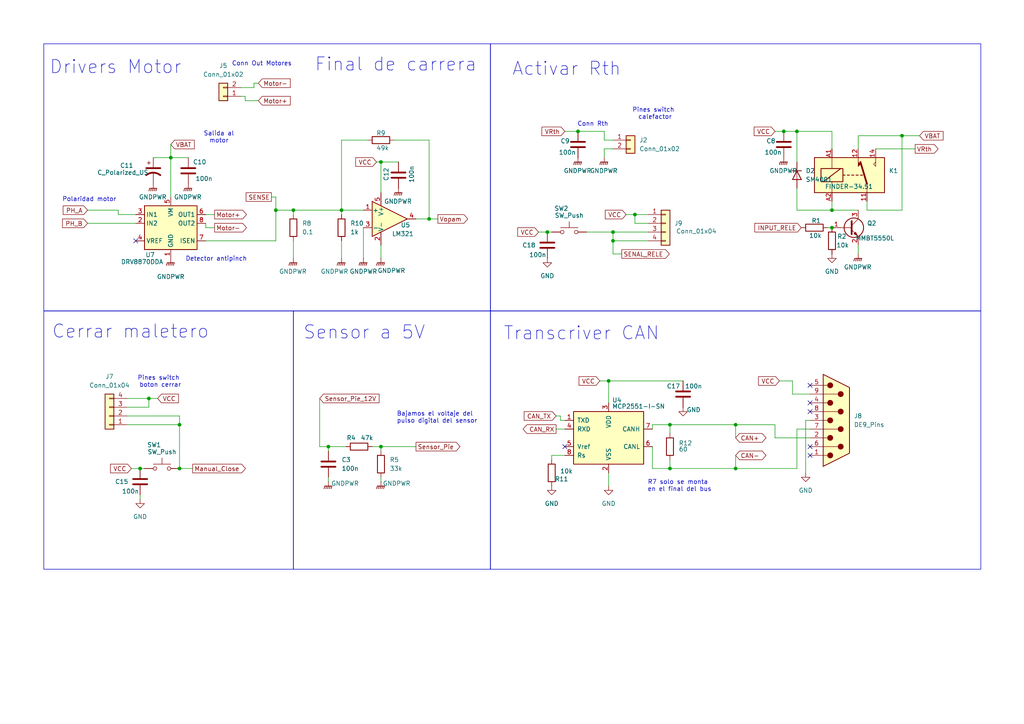
<source format=kicad_sch>
(kicad_sch (version 20250114) (generator "eeschema") (generator_version "9.0")
  (paper "A4")
  (lib_symbols
    (symbol "Amplifier_Operational:LM321" (pin_names (offset 0.127))
      (property "Reference" "U" (at 0 7.62 0))
      (property "Value" "LM321" (at 0 5.08 0))
      (symbol "LM321_0_1"
        (polyline (pts (xy -5.08 5.08) (xy 5.08 0) (xy -5.08 -5.08) (xy -5.08 5.08)) (stroke (width 0.254)) (fill (type background)))
      )
      (symbol "LM321_1_1"
        (pin input line (at -7.62 2.54 0) (length 2.54) (name "+") (number "1"))
        (pin input line (at -7.62 -2.54 0) (length 2.54) (name "-") (number "3"))
        (pin power_in line (at -2.54 7.62 270) (length 3.81) (name "V+") (number "5"))
        (pin power_in line (at -2.54 -7.62 90) (length 3.81) (name "V-") (number "2"))
        (pin output line (at 7.62 0 180) (length 2.54) (name "~") (number "4"))
      )
    )
    (symbol "Connector:DE9_Pins" (pin_names (offset 1.016) (hide yes))
      (property "Reference" "J" (at 0 13.97 0))
      (property "Value" "DE9_Pins" (at 0 -14.605 0))
      (symbol "DE9_Pins_0_1"
        (polyline (pts (xy -3.81 10.16) (xy -2.54 10.16)))
        (polyline (pts (xy -3.81 7.62) (xy 0.508 7.62)))
        (polyline (pts (xy -3.81 5.08) (xy -2.54 5.08)))
        (polyline (pts (xy -3.81 2.54) (xy 0.508 2.54)))
        (polyline (pts (xy -3.81 0) (xy -2.54 0)))
        (polyline (pts (xy -3.81 -2.54) (xy 0.508 -2.54)))
        (polyline (pts (xy -3.81 -5.08) (xy -2.54 -5.08)))
        (polyline (pts (xy -3.81 -7.62) (xy 0.508 -7.62)))
        (polyline (pts (xy -3.81 -10.16) (xy -2.54 -10.16)))
        (polyline (pts (xy -3.81 -13.335) (xy -3.81 13.335) (xy 3.81 9.525) (xy 3.81 -9.525) (xy -3.81 -13.335)) (stroke (width 0.254)) (fill (type background)))
        (circle (center -1.778 10.16) (radius 0.762) (fill (type outline)))
        (circle (center -1.778 5.08) (radius 0.762) (fill (type outline)))
        (circle (center -1.778 0) (radius 0.762) (fill (type outline)))
        (circle (center -1.778 -5.08) (radius 0.762) (fill (type outline)))
        (circle (center -1.778 -10.16) (radius 0.762) (fill (type outline)))
        (circle (center 1.27 7.62) (radius 0.762) (fill (type outline)))
        (circle (center 1.27 2.54) (radius 0.762) (fill (type outline)))
        (circle (center 1.27 -2.54) (radius 0.762) (fill (type outline)))
        (circle (center 1.27 -7.62) (radius 0.762) (fill (type outline)))
      )
      (symbol "DE9_Pins_1_1"
        (pin passive line (at -7.62 10.16 0) (length 3.81) (name "5") (number "5"))
        (pin passive line (at -7.62 7.62 0) (length 3.81) (name "9") (number "9"))
        (pin passive line (at -7.62 5.08 0) (length 3.81) (name "4") (number "4"))
        (pin passive line (at -7.62 2.54 0) (length 3.81) (name "8") (number "8"))
        (pin passive line (at -7.62 0 0) (length 3.81) (name "3") (number "3"))
        (pin passive line (at -7.62 -2.54 0) (length 3.81) (name "7") (number "7"))
        (pin passive line (at -7.62 -5.08 0) (length 3.81) (name "2") (number "2"))
        (pin passive line (at -7.62 -7.62 0) (length 3.81) (name "6") (number "6"))
        (pin passive line (at -7.62 -10.16 0) (length 3.81) (name "1") (number "1"))
      )
    )
    (symbol "Connector_Generic:Conn_01x02" (pin_names (offset 1.016) (hide yes))
      (property "Reference" "J" (at 0 2.54 0))
      (property "Value" "Conn_01x02" (at 0 -5.08 0))
      (symbol "Conn_01x02_1_1"
        (rectangle (start -1.27 1.27) (end 1.27 -3.81) (stroke (width 0.254)) (fill (type background)))
        (rectangle (start -1.27 0.127) (end 0 -0.127) (stroke (width 0.1524)))
        (rectangle (start -1.27 -2.413) (end 0 -2.667) (stroke (width 0.1524)))
        (pin passive line (at -5.08 0 0) (length 3.81) (name "Pin_1") (number "1"))
        (pin passive line (at -5.08 -2.54 0) (length 3.81) (name "Pin_2") (number "2"))
      )
    )
    (symbol "Connector_Generic:Conn_01x04" (pin_names (offset 1.016) (hide yes))
      (property "Reference" "J" (at 0 5.08 0))
      (property "Value" "Conn_01x04" (at 0 -7.62 0))
      (symbol "Conn_01x04_1_1"
        (rectangle (start -1.27 3.81) (end 1.27 -6.35) (stroke (width 0.254)) (fill (type background)))
        (rectangle (start -1.27 2.667) (end 0 2.413) (stroke (width 0.1524)))
        (rectangle (start -1.27 0.127) (end 0 -0.127) (stroke (width 0.1524)))
        (rectangle (start -1.27 -2.413) (end 0 -2.667) (stroke (width 0.1524)))
        (rectangle (start -1.27 -4.953) (end 0 -5.207) (stroke (width 0.1524)))
        (pin passive line (at -5.08 2.54 0) (length 3.81) (name "Pin_1") (number "1"))
        (pin passive line (at -5.08 0 0) (length 3.81) (name "Pin_2") (number "2"))
        (pin passive line (at -5.08 -2.54 0) (length 3.81) (name "Pin_3") (number "3"))
        (pin passive line (at -5.08 -5.08 0) (length 3.81) (name "Pin_4") (number "4"))
      )
    )
    (symbol "Device:C" (pin_numbers (hide yes)) (pin_names (offset 0.254))
      (property "Reference" "C" (at 0.635 2.54 0))
      (property "Value" "C" (at 0.635 -2.54 0))
      (symbol "C_0_1"
        (polyline (pts (xy -2.032 0.762) (xy 2.032 0.762)) (stroke (width 0.508)))
        (polyline (pts (xy -2.032 -0.762) (xy 2.032 -0.762)) (stroke (width 0.508)))
      )
      (symbol "C_1_1"
        (pin passive line (at 0 3.81 270) (length 2.794) (name "~") (number "1"))
        (pin passive line (at 0 -3.81 90) (length 2.794) (name "~") (number "2"))
      )
    )
    (symbol "Device:C_Polarized_US" (pin_numbers (hide yes)) (pin_names (offset 0.254) (hide yes))
      (property "Reference" "C" (at 0.635 2.54 0))
      (property "Value" "C_Polarized_US" (at 0.635 -2.54 0))
      (symbol "C_Polarized_US_0_1"
        (polyline (pts (xy -2.032 0.762) (xy 2.032 0.762)) (stroke (width 0.508)))
        (polyline (pts (xy -1.778 2.286) (xy -0.762 2.286)))
        (polyline (pts (xy -1.27 1.778) (xy -1.27 2.794)))
        (arc (start -2.032 -1.27) (mid 0 -0.5572) (end 2.032 -1.27) (stroke (width 0.508)))
      )
      (symbol "C_Polarized_US_1_1"
        (pin passive line (at 0 3.81 270) (length 2.794) (name "~") (number "1"))
        (pin passive line (at 0 -3.81 90) (length 3.302) (name "~") (number "2"))
      )
    )
    (symbol "Device:R" (pin_numbers (hide yes)) (pin_names (offset 0))
      (property "Reference" "R" (at 2.032 0 90))
      (property "Value" "R" (at 0 0 90))
      (symbol "R_0_1"
        (rectangle (start -1.016 -2.54) (end 1.016 2.54) (stroke (width 0.254)))
      )
      (symbol "R_1_1"
        (pin passive line (at 0 3.81 270) (length 1.27) (name "~") (number "1"))
        (pin passive line (at 0 -3.81 90) (length 1.27) (name "~") (number "2"))
      )
    )
    (symbol "Diode:SM4001" (pin_numbers (hide yes)) (pin_names (hide yes))
      (property "Reference" "D" (at 0 2.54 0))
      (property "Value" "SM4001" (at 0 -2.54 0))
      (symbol "SM4001_0_1"
        (polyline (pts (xy -1.27 1.27) (xy -1.27 -1.27)) (stroke (width 0.254)))
        (polyline (pts (xy 1.27 1.27) (xy 1.27 -1.27) (xy -1.27 0) (xy 1.27 1.27)) (stroke (width 0.254)))
        (polyline (pts (xy 1.27 0) (xy -1.27 0)))
      )
      (symbol "SM4001_1_1"
        (pin passive line (at -3.81 0 0) (length 2.54) (name "K") (number "1"))
        (pin passive line (at 3.81 0 180) (length 2.54) (name "A") (number "2"))
      )
    )
    (symbol "Driver_Motor:DRV8870DDA"
      (property "Reference" "U" (at -6.35 6.35 0))
      (property "Value" "DRV8870DDA" (at 8.89 6.35 0))
      (symbol "DRV8870DDA_0_1"
        (rectangle (start -7.62 5.08) (end 7.62 -7.62) (stroke (width 0.254)) (fill (type background)))
      )
      (symbol "DRV8870DDA_1_1"
        (pin input line (at -10.16 2.54 0) (length 2.54) (name "IN1") (number "3"))
        (pin input line (at -10.16 0 0) (length 2.54) (name "IN2") (number "2"))
        (pin input line (at -10.16 -5.08 0) (length 2.54) (name "VREF") (number "4"))
        (pin power_in line (at 0 7.62 270) (length 2.54) (name "VM") (number "5"))
        (pin power_in line (at 0 -10.16 90) (length 2.54) (name "GND") (number "1"))
        (pin passive line (at 0 -10.16 90) (length 2.54) (hide yes) (name "GND") (number "9"))
        (pin output line (at 10.16 2.54 180) (length 2.54) (name "OUT1") (number "6"))
        (pin output line (at 10.16 0 180) (length 2.54) (name "OUT2") (number "8"))
        (pin passive line (at 10.16 -5.08 180) (length 2.54) (name "ISEN") (number "7"))
      )
    )
    (symbol "Interface_CAN_LIN:MCP2551-I-SN" (pin_names (offset 1.016))
      (property "Reference" "U" (at -10.16 8.89 0))
      (property "Value" "MCP2551-I-SN" (at 2.54 8.89 0))
      (symbol "MCP2551-I-SN_0_1"
        (rectangle (start -10.16 7.62) (end 10.16 -7.62) (stroke (width 0.254)) (fill (type background)))
      )
      (symbol "MCP2551-I-SN_1_1"
        (pin input line (at -12.7 5.08 0) (length 2.54) (name "TXD") (number "1"))
        (pin output line (at -12.7 2.54 0) (length 2.54) (name "RXD") (number "4"))
        (pin power_out line (at -12.7 -2.54 0) (length 2.54) (name "Vref") (number "5"))
        (pin input line (at -12.7 -5.08 0) (length 2.54) (name "Rs") (number "8"))
        (pin power_in line (at 0 10.16 270) (length 2.54) (name "VDD") (number "3"))
        (pin power_in line (at 0 -10.16 90) (length 2.54) (name "VSS") (number "2"))
        (pin bidirectional line (at 12.7 2.54 180) (length 2.54) (name "CANH") (number "7"))
        (pin bidirectional line (at 12.7 -2.54 180) (length 2.54) (name "CANL") (number "6"))
      )
    )
    (symbol "Relay:FINDER-34.51"
      (property "Reference" "K" (at 11.43 3.81 0))
      (property "Value" "FINDER-34.51" (at 11.43 1.27 0))
      (symbol "FINDER-34.51_0_0"
        (polyline (pts (xy 7.62 5.08) (xy 7.62 2.54) (xy 6.985 3.175) (xy 7.62 3.81)))
      )
      (symbol "FINDER-34.51_0_1"
        (rectangle (start -10.16 5.08) (end 10.16 -5.08) (stroke (width 0.254)) (fill (type background)))
        (rectangle (start -8.255 1.905) (end -1.905 -1.905) (stroke (width 0.254)))
        (polyline (pts (xy -7.62 -1.905) (xy -2.54 1.905)) (stroke (width 0.254)))
        (polyline (pts (xy -5.08 5.08) (xy -5.08 1.905)))
        (polyline (pts (xy -5.08 -5.08) (xy -5.08 -1.905)))
        (polyline (pts (xy -1.905 0) (xy -1.27 0)) (stroke (width 0.254)))
        (polyline (pts (xy -0.635 0) (xy 0 0)) (stroke (width 0.254)))
        (polyline (pts (xy 0.635 0) (xy 1.27 0)) (stroke (width 0.254)))
        (polyline (pts (xy 1.905 0) (xy 2.54 0)) (stroke (width 0.254)))
        (polyline (pts (xy 2.54 5.08) (xy 2.54 2.54) (xy 3.175 3.175) (xy 2.54 3.81)) (fill (type outline)))
        (polyline (pts (xy 3.175 0) (xy 3.81 0)) (stroke (width 0.254)))
        (polyline (pts (xy 5.08 -2.54) (xy 3.175 3.81)) (stroke (width 0.508)))
        (polyline (pts (xy 5.08 -2.54) (xy 5.08 -5.08)))
      )
      (symbol "FINDER-34.51_1_1"
        (pin passive line (at -5.08 7.62 270) (length 2.54) (name "~") (number "A1"))
        (pin passive line (at -5.08 -7.62 90) (length 2.54) (name "~") (number "A2"))
        (pin passive line (at 2.54 7.62 270) (length 2.54) (name "~") (number "12"))
        (pin passive line (at 5.08 -7.62 90) (length 2.54) (name "~") (number "11"))
        (pin passive line (at 7.62 7.62 270) (length 2.54) (name "~") (number "14"))
      )
    )
    (symbol "Switch:SW_Push" (pin_numbers (hide yes)) (pin_names (offset 1.016) (hide yes))
      (property "Reference" "SW" (at 1.27 2.54 0))
      (property "Value" "SW_Push" (at 0 -1.524 0))
      (symbol "SW_Push_0_1"
        (circle (center -2.032 0) (radius 0.508))
        (polyline (pts (xy 0 1.27) (xy 0 3.048)))
        (circle (center 2.032 0) (radius 0.508))
        (polyline (pts (xy 2.54 1.27) (xy -2.54 1.27)))
        (pin passive line (at -5.08 0 0) (length 2.54) (name "1") (number "1"))
        (pin passive line (at 5.08 0 180) (length 2.54) (name "2") (number "2"))
      )
    )
    (symbol "Transistor_BJT:MMBT5550L" (pin_names (offset 0) (hide yes))
      (property "Reference" "Q" (at 5.08 1.905 0))
      (property "Value" "MMBT5550L" (at 5.08 0 0))
      (symbol "MMBT5550L_0_1"
        (polyline (pts (xy -2.54 0) (xy 0.635 0)))
        (polyline (pts (xy 0.635 1.905) (xy 0.635 -1.905)) (stroke (width 0.508)))
        (circle (center 1.27 0) (radius 2.8194) (stroke (width 0.254)))
      )
      (symbol "MMBT5550L_1_1"
        (polyline (pts (xy 0.635 0.635) (xy 2.54 2.54)))
        (polyline (pts (xy 0.635 -0.635) (xy 2.54 -2.54)))
        (polyline (pts (xy 1.27 -1.778) (xy 1.778 -1.27) (xy 2.286 -2.286) (xy 1.27 -1.778)) (fill (type outline)))
        (pin input line (at -5.08 0 0) (length 2.54) (name "B") (number "1"))
        (pin passive line (at 2.54 5.08 270) (length 2.54) (name "C") (number "3"))
        (pin passive line (at 2.54 -5.08 90) (length 2.54) (name "E") (number "2"))
      )
    )
    (symbol "power:GND" (power) (pin_numbers (hide yes)) (pin_names (offset 0) (hide yes))
      (property "Value" "GND" (at 0 -3.81 0))
      (symbol "GND_0_1"
        (polyline (pts (xy 0 0) (xy 0 -1.27) (xy 1.27 -1.27) (xy 0 -2.54) (xy -1.27 -1.27) (xy 0 -1.27)))
      )
      (symbol "GND_1_1"
        (pin power_in line (at 0 0 270) (length 0) (name "~") (number "1"))
      )
    )
    (symbol "power:GNDPWR" (power) (pin_numbers (hide yes)) (pin_names (offset 0) (hide yes))
      (property "Value" "GNDPWR" (at 0 -3.302 0))
      (symbol "GNDPWR_0_1"
        (polyline (pts (xy -1.016 -1.27) (xy -1.27 -2.032) (xy -1.27 -2.032)) (stroke (width 0.2032)))
        (polyline (pts (xy -0.508 -1.27) (xy -0.762 -2.032) (xy -0.762 -2.032)) (stroke (width 0.2032)))
        (polyline (pts (xy 0 -1.27) (xy 0 0)))
        (polyline (pts (xy 0 -1.27) (xy -0.254 -2.032) (xy -0.254 -2.032)) (stroke (width 0.2032)))
        (polyline (pts (xy 0.508 -1.27) (xy 0.254 -2.032) (xy 0.254 -2.032)) (stroke (width 0.2032)))
        (polyline (pts (xy 1.016 -1.27) (xy -1.016 -1.27) (xy -1.016 -1.27)) (stroke (width 0.2032)))
        (polyline (pts (xy 1.016 -1.27) (xy 0.762 -2.032) (xy 0.762 -2.032) (xy 0.762 -2.032)) (stroke (width 0.2032)))
      )
      (symbol "GNDPWR_1_1"
        (pin power_in line (at 0 0 270) (length 0) (name "~") (number "1"))
      )
    )
  )
  (rectangle (start 85.09 90.17) (end 142.24 165.1))
  (rectangle (start 12.7 90.17) (end 85.09 165.1))
  (rectangle (start 12.7 12.7) (end 142.24 90.17))
  (rectangle (start 142.24 90.17) (end 284.48 165.1))
  (rectangle (start 142.24 12.7) (end 284.48 90.17))
  (text "Transcriver CAN" (at 168.656 96.774 0) (effects (font (size 3.81 3.81))))
  (text "Pines switch \nboton cerrar" (at 46.482 110.744 0) (effects (font (size 1.27 1.27))))
  (text "Polaridad motor" (at 25.908 57.912 0) (effects (font (size 1.27 1.27))))
  (text "R7 solo se monta \nen el final del bus" (at 197.104 140.97 0) (effects (font (size 1.27 1.27))))
  (text "Final de carrera\n" (at 114.808 18.796 0) (effects (font (size 3.81 3.81))))
  (text "Salida al\nmotor" (at 63.5 39.878 0) (effects (font (size 1.27 1.27))))
  (text "Drivers Motor" (at 33.528 19.558 0) (effects (font (size 3.81 3.81))))
  (text "Activar Rth" (at 164.338 20.066 0) (effects (font (size 3.81 3.81))))
  (text "Detector antipinch" (at 62.738 75.184 0) (effects (font (size 1.27 1.27))))
  (text "Cerrar maletero" (at 37.846 96.266 0) (effects (font (size 3.81 3.81))))
  (text "Pines switch \ncalefactor" (at 189.992 33.02 0) (effects (font (size 1.27 1.27))))
  (text "Conn Out Motores\n" (at 75.946 18.542 0) (effects (font (size 1.27 1.27))))
  (text "Sensor a 5V" (at 105.664 96.52 0) (effects (font (size 3.81 3.81))))
  (text "Conn Rth" (at 171.958 36.068 0) (effects (font (size 1.27 1.27))))
  (text "Bajamos el voltaje del \npulso digital del sensor" (at 115.062 121.158 0) (effects (font (size 1.27 1.27)) (justify left)))
  (junction (at 194.31 123.19))
  (junction (at 52.07 135.89))
  (junction (at 49.53 45.72))
  (junction (at 52.07 123.19))
  (junction (at 158.75 67.31))
  (junction (at 177.8 69.85))
  (junction (at 241.3 60.96))
  (junction (at 110.49 46.99))
  (junction (at 213.36 123.19))
  (junction (at 227.33 38.1))
  (junction (at 167.64 38.1))
  (junction (at 80.01 60.96))
  (junction (at 95.25 129.54))
  (junction (at 43.18 115.57))
  (junction (at 99.06 60.96))
  (junction (at 110.49 129.54))
  (junction (at 213.36 135.89))
  (junction (at 124.46 63.5))
  (junction (at 194.31 135.89))
  (junction (at 231.14 38.1))
  (junction (at 241.3 66.04))
  (junction (at 261.62 39.37))
  (junction (at 85.09 60.96))
  (junction (at 184.15 62.23))
  (junction (at 177.8 67.31))
  (junction (at 40.64 135.89))
  (junction (at 176.53 110.49))
  (no_connect (at 234.95 116.84))
  (no_connect (at 163.83 129.54))
  (no_connect (at 234.95 111.76))
  (no_connect (at 234.95 132.08))
  (no_connect (at 234.95 129.54))
  (no_connect (at 39.37 69.85))
  (no_connect (at 234.95 119.38))
  (wire (pts (xy 175.26 43.18) (xy 177.8 43.18)))
  (wire (pts (xy 106.68 40.64) (xy 99.06 40.64)))
  (wire (pts (xy 40.64 143.51) (xy 40.64 144.78)))
  (wire (pts (xy 124.46 40.64) (xy 124.46 63.5)))
  (wire (pts (xy 52.07 135.89) (xy 55.88 135.89)))
  (wire (pts (xy 181.61 62.23) (xy 184.15 62.23)))
  (wire (pts (xy 229.87 110.49) (xy 229.87 114.3)))
  (wire (pts (xy 194.31 123.19) (xy 194.31 125.73)))
  (wire (pts (xy 175.26 45.72) (xy 175.26 43.18)))
  (wire (pts (xy 110.49 139.7) (xy 110.49 138.43)))
  (wire (pts (xy 177.8 69.85) (xy 187.96 69.85)))
  (wire (pts (xy 231.14 54.61) (xy 231.14 60.96)))
  (wire (pts (xy 248.92 73.66) (xy 248.92 71.12)))
  (wire (pts (xy 176.53 140.97) (xy 176.53 137.16)))
  (wire (pts (xy 213.36 123.19) (xy 224.79 123.19)))
  (wire (pts (xy 241.3 60.96) (xy 248.92 60.96)))
  (wire (pts (xy 34.29 62.23) (xy 39.37 62.23)))
  (wire (pts (xy 99.06 60.96) (xy 105.41 60.96)))
  (wire (pts (xy 95.25 138.43) (xy 95.25 139.7)))
  (wire (pts (xy 189.23 135.89) (xy 189.23 129.54)))
  (wire (pts (xy 231.14 38.1) (xy 227.33 38.1)))
  (wire (pts (xy 224.79 123.19) (xy 224.79 127)))
  (wire (pts (xy 49.53 45.72) (xy 49.53 57.15)))
  (wire (pts (xy 224.79 127) (xy 234.95 127)))
  (wire (pts (xy 241.3 66.04) (xy 240.03 66.04)))
  (wire (pts (xy 184.15 62.23) (xy 187.96 62.23)))
  (wire (pts (xy 105.41 74.93) (xy 105.41 66.04)))
  (wire (pts (xy 124.46 63.5) (xy 127 63.5)))
  (wire (pts (xy 156.21 67.31) (xy 158.75 67.31)))
  (wire (pts (xy 71.12 27.94) (xy 71.12 29.21)))
  (wire (pts (xy 92.71 129.54) (xy 95.25 129.54)))
  (wire (pts (xy 170.18 67.31) (xy 177.8 67.31)))
  (wire (pts (xy 163.83 38.1) (xy 167.64 38.1)))
  (wire (pts (xy 261.62 39.37) (xy 261.62 60.96)))
  (wire (pts (xy 34.29 60.96) (xy 34.29 62.23)))
  (wire (pts (xy 85.09 60.96) (xy 99.06 60.96)))
  (wire (pts (xy 25.4 64.77) (xy 39.37 64.77)))
  (wire (pts (xy 43.18 115.57) (xy 43.18 118.11)))
  (wire (pts (xy 74.93 24.13) (xy 73.66 24.13)))
  (wire (pts (xy 80.01 69.85) (xy 80.01 60.96)))
  (wire (pts (xy 229.87 114.3) (xy 234.95 114.3)))
  (wire (pts (xy 177.8 67.31) (xy 187.96 67.31)))
  (wire (pts (xy 177.8 69.85) (xy 177.8 73.66)))
  (wire (pts (xy 241.3 58.42) (xy 241.3 60.96)))
  (wire (pts (xy 226.06 110.49) (xy 229.87 110.49)))
  (wire (pts (xy 95.25 129.54) (xy 100.33 129.54)))
  (wire (pts (xy 254 43.18) (xy 265.43 43.18)))
  (wire (pts (xy 110.49 129.54) (xy 110.49 130.81)))
  (wire (pts (xy 41.91 135.89) (xy 40.64 135.89)))
  (wire (pts (xy 231.14 38.1) (xy 231.14 46.99)))
  (wire (pts (xy 231.14 60.96) (xy 241.3 60.96)))
  (wire (pts (xy 231.14 135.89) (xy 231.14 124.46)))
  (wire (pts (xy 95.25 130.81) (xy 95.25 129.54)))
  (wire (pts (xy 114.3 40.64) (xy 124.46 40.64)))
  (wire (pts (xy 189.23 123.19) (xy 194.31 123.19)))
  (wire (pts (xy 161.29 124.46) (xy 163.83 124.46)))
  (wire (pts (xy 85.09 69.85) (xy 85.09 74.93)))
  (wire (pts (xy 25.4 60.96) (xy 34.29 60.96)))
  (wire (pts (xy 194.31 135.89) (xy 194.31 133.35)))
  (wire (pts (xy 92.71 115.57) (xy 92.71 129.54)))
  (wire (pts (xy 49.53 45.72) (xy 54.61 45.72)))
  (wire (pts (xy 71.12 29.21) (xy 74.93 29.21)))
  (wire (pts (xy 110.49 46.99) (xy 110.49 55.88)))
  (wire (pts (xy 69.85 25.4) (xy 73.66 25.4)))
  (wire (pts (xy 107.95 129.54) (xy 110.49 129.54)))
  (wire (pts (xy 43.18 118.11) (xy 36.83 118.11)))
  (wire (pts (xy 85.09 60.96) (xy 85.09 62.23)))
  (wire (pts (xy 99.06 60.96) (xy 99.06 62.23)))
  (wire (pts (xy 52.07 120.65) (xy 52.07 123.19)))
  (wire (pts (xy 49.53 41.91) (xy 49.53 45.72)))
  (wire (pts (xy 109.22 46.99) (xy 110.49 46.99)))
  (wire (pts (xy 233.68 121.92) (xy 234.95 121.92)))
  (wire (pts (xy 99.06 40.64) (xy 99.06 60.96)))
  (wire (pts (xy 36.83 115.57) (xy 43.18 115.57)))
  (wire (pts (xy 160.02 67.31) (xy 158.75 67.31)))
  (wire (pts (xy 59.69 62.23) (xy 62.23 62.23)))
  (wire (pts (xy 231.14 124.46) (xy 234.95 124.46)))
  (wire (pts (xy 59.69 64.77) (xy 59.69 66.04)))
  (wire (pts (xy 44.45 45.72) (xy 49.53 45.72)))
  (wire (pts (xy 184.15 64.77) (xy 187.96 64.77)))
  (wire (pts (xy 120.65 63.5) (xy 124.46 63.5)))
  (wire (pts (xy 160.02 133.35) (xy 160.02 132.08)))
  (wire (pts (xy 80.01 60.96) (xy 80.01 57.15)))
  (wire (pts (xy 59.69 66.04) (xy 62.23 66.04)))
  (wire (pts (xy 36.83 120.65) (xy 52.07 120.65)))
  (wire (pts (xy 161.29 120.65) (xy 162.56 120.65)))
  (wire (pts (xy 261.62 39.37) (xy 266.7 39.37)))
  (wire (pts (xy 80.01 60.96) (xy 85.09 60.96)))
  (wire (pts (xy 241.3 38.1) (xy 231.14 38.1)))
  (wire (pts (xy 73.66 24.13) (xy 73.66 25.4)))
  (wire (pts (xy 213.36 132.08) (xy 213.36 135.89)))
  (wire (pts (xy 251.46 58.42) (xy 251.46 60.96)))
  (wire (pts (xy 173.99 110.49) (xy 176.53 110.49)))
  (wire (pts (xy 110.49 74.93) (xy 110.49 71.12)))
  (wire (pts (xy 110.49 46.99) (xy 115.57 46.99)))
  (wire (pts (xy 177.8 73.66) (xy 180.34 73.66)))
  (wire (pts (xy 162.56 121.92) (xy 163.83 121.92)))
  (wire (pts (xy 43.18 115.57) (xy 45.72 115.57)))
  (wire (pts (xy 241.3 43.18) (xy 241.3 38.1)))
  (wire (pts (xy 38.1 135.89) (xy 40.64 135.89)))
  (wire (pts (xy 233.68 121.92) (xy 233.68 137.16)))
  (wire (pts (xy 36.83 123.19) (xy 52.07 123.19)))
  (wire (pts (xy 227.33 38.1) (xy 224.79 38.1)))
  (wire (pts (xy 177.8 69.85) (xy 177.8 67.31)))
  (wire (pts (xy 248.92 43.18) (xy 248.92 39.37)))
  (wire (pts (xy 194.31 123.19) (xy 213.36 123.19)))
  (wire (pts (xy 176.53 110.49) (xy 176.53 116.84)))
  (wire (pts (xy 59.69 69.85) (xy 80.01 69.85)))
  (wire (pts (xy 175.26 38.1) (xy 175.26 40.64)))
  (wire (pts (xy 175.26 40.64) (xy 177.8 40.64)))
  (wire (pts (xy 69.85 27.94) (xy 71.12 27.94)))
  (wire (pts (xy 110.49 129.54) (xy 120.65 129.54)))
  (wire (pts (xy 184.15 62.23) (xy 184.15 64.77)))
  (wire (pts (xy 194.31 135.89) (xy 213.36 135.89)))
  (wire (pts (xy 167.64 38.1) (xy 175.26 38.1)))
  (wire (pts (xy 213.36 135.89) (xy 231.14 135.89)))
  (wire (pts (xy 248.92 39.37) (xy 261.62 39.37)))
  (wire (pts (xy 78.74 57.15) (xy 80.01 57.15)))
  (wire (pts (xy 176.53 110.49) (xy 198.12 110.49)))
  (wire (pts (xy 162.56 120.65) (xy 162.56 121.92)))
  (wire (pts (xy 189.23 135.89) (xy 194.31 135.89)))
  (wire (pts (xy 99.06 74.93) (xy 99.06 69.85)))
  (wire (pts (xy 251.46 60.96) (xy 261.62 60.96)))
  (wire (pts (xy 52.07 123.19) (xy 52.07 135.89)))
  (wire (pts (xy 213.36 123.19) (xy 213.36 127)))
  (wire (pts (xy 160.02 132.08) (xy 163.83 132.08)))
  (wire (pts (xy 189.23 123.19) (xy 189.23 124.46)))
  (global_label "SENSE" (shape passive) (at 78.74 57.15 180) (property "Intersheetrefs" "${INTERSHEET_REFS}" (effects (hide yes))))
  (global_label "VCC" (shape input) (at 224.79 38.1 180) (property "Intersheetrefs" "${INTERSHEET_REFS}" (effects (hide yes))))
  (global_label "Motor+" (shape input) (at 74.93 29.21 0) (property "Intersheetrefs" "${INTERSHEET_REFS}" (effects (hide yes))))
  (global_label "VRth" (shape output) (at 265.43 43.18 0) (property "Intersheetrefs" "${INTERSHEET_REFS}" (effects (hide yes))))
  (global_label "Motor-" (shape output) (at 62.23 66.04 0) (property "Intersheetrefs" "${INTERSHEET_REFS}" (effects (hide yes))))
  (global_label "Motor+" (shape output) (at 62.23 62.23 0) (property "Intersheetrefs" "${INTERSHEET_REFS}" (effects (hide yes))))
  (global_label "CAN-" (shape bidirectional) (at 213.36 132.08 0) (property "Intersheetrefs" "${INTERSHEET_REFS}" (effects (hide yes))))
  (global_label "VBAT" (shape input) (at 266.7 39.37 0) (property "Intersheetrefs" "${INTERSHEET_REFS}" (effects (hide yes))))
  (global_label "VCC" (shape input) (at 38.1 135.89 180) (property "Intersheetrefs" "${INTERSHEET_REFS}" (effects (hide yes))))
  (global_label "PH_A" (shape input) (at 25.4 60.96 180) (property "Intersheetrefs" "${INTERSHEET_REFS}" (effects (hide yes))))
  (global_label "Sensor_Pie_12V" (shape input) (at 92.71 115.57 0) (property "Intersheetrefs" "${INTERSHEET_REFS}" (effects (hide yes))))
  (global_label "VCC" (shape input) (at 156.21 67.31 180) (property "Intersheetrefs" "${INTERSHEET_REFS}" (effects (hide yes))))
  (global_label "SENAL_RELE" (shape output) (at 180.34 73.66 0) (property "Intersheetrefs" "${INTERSHEET_REFS}" (effects (hide yes))))
  (global_label "Sensor_Pie" (shape output) (at 120.65 129.54 0) (property "Intersheetrefs" "${INTERSHEET_REFS}" (effects (hide yes))))
  (global_label "Motor-" (shape input) (at 74.93 24.13 0) (property "Intersheetrefs" "${INTERSHEET_REFS}" (effects (hide yes))))
  (global_label "VCC" (shape input) (at 226.06 110.49 180) (property "Intersheetrefs" "${INTERSHEET_REFS}" (effects (hide yes))))
  (global_label "VBAT" (shape input) (at 49.53 41.91 0) (property "Intersheetrefs" "${INTERSHEET_REFS}" (effects (hide yes))))
  (global_label "Manual_Close" (shape output) (at 55.88 135.89 0) (property "Intersheetrefs" "${INTERSHEET_REFS}" (effects (hide yes))))
  (global_label "VCC" (shape input) (at 45.72 115.57 0) (property "Intersheetrefs" "${INTERSHEET_REFS}" (effects (hide yes))))
  (global_label "INPUT_RELE" (shape input) (at 232.41 66.04 180) (property "Intersheetrefs" "${INTERSHEET_REFS}" (effects (hide yes))))
  (global_label "VCC" (shape input) (at 173.99 110.49 180) (property "Intersheetrefs" "${INTERSHEET_REFS}" (effects (hide yes))))
  (global_label "VCC" (shape input) (at 181.61 62.23 180) (property "Intersheetrefs" "${INTERSHEET_REFS}" (effects (hide yes))))
  (global_label "Vopam" (shape output) (at 127 63.5 0) (property "Intersheetrefs" "${INTERSHEET_REFS}" (effects (hide yes))))
  (global_label "CAN+" (shape bidirectional) (at 213.36 127 0) (property "Intersheetrefs" "${INTERSHEET_REFS}" (effects (hide yes))))
  (global_label "CAN_TX" (shape input) (at 161.29 120.65 180) (property "Intersheetrefs" "${INTERSHEET_REFS}" (effects (hide yes))))
  (global_label "VCC" (shape input) (at 109.22 46.99 180) (property "Intersheetrefs" "${INTERSHEET_REFS}" (effects (hide yes))))
  (global_label "PH_B" (shape input) (at 25.4 64.77 180) (property "Intersheetrefs" "${INTERSHEET_REFS}" (effects (hide yes))))
  (global_label "VRth" (shape input) (at 163.83 38.1 180) (property "Intersheetrefs" "${INTERSHEET_REFS}" (effects (hide yes))))
  (global_label "CAN_RX" (shape output) (at 161.29 124.46 180) (property "Intersheetrefs" "${INTERSHEET_REFS}" (effects (hide yes))))
  (symbol (lib_id "Device:C_Polarized_US") (at 44.45 49.53 0) (unit 1)
    (property "Reference" "C11" (at 34.798 48.006 0) (effects (justify left)))
    (property "Value" "C_Polarized_US" (at 28.194 50.038 0) (effects (justify left)))
    (property "Footprint" "Capacitor_SMD:CP_Elec_3x5.3" (effects (hide yes)))
    (property "Description" "Polarized capacitor, US symbol" (effects (hide yes)))
  )
  (symbol (lib_id "Device:R") (at 99.06 66.04 180) (unit 1)
    (property "Reference" "R10" (at 101.6 64.7699 0) (effects (justify right)))
    (property "Value" "1k" (at 101.6 67.3099 0) (effects (justify right)))
    (property "Footprint" "Resistor_SMD:R_0805_2012Metric" (effects (hide yes)))
    (property "Description" "Resistor" (effects (hide yes)))
  )
  (symbol (lib_id "Device:R") (at 110.49 40.64 90) (unit 1)
    (property "Reference" "R9" (at 110.49 38.608 90))
    (property "Value" "49k" (at 110.998 42.926 90))
    (property "Footprint" "Resistor_SMD:R_0805_2012Metric" (effects (hide yes)))
    (property "Description" "Resistor" (effects (hide yes)))
  )
  (symbol (lib_id "power:GNDPWR") (at 175.26 45.72 0) (unit 1)
    (property "Reference" "#PWR04" (effects (hide yes)))
    (property "Value" "GNDPWR" (at 175.133 49.53 0))
    (property "Description" "Power symbol creates a global label with name \"GNDPWR\" , global ground" (effects (hide yes)))
  )
  (symbol (lib_id "Device:C") (at 198.12 114.3 180) (unit 1)
    (property "Reference" "C17" (at 195.326 112.014 0))
    (property "Value" "100n" (at 201.168 112.014 0))
    (property "Footprint" "Capacitor_SMD:C_0805_2012Metric" (effects (hide yes)))
    (property "Description" "Unpolarized capacitor" (effects (hide yes)))
  )
  (symbol (lib_id "Connector_Generic:Conn_01x02") (at 64.77 27.94 180) (unit 1)
    (property "Reference" "J5" (at 64.77 19.05 0))
    (property "Value" "Conn_01x02" (at 64.77 21.59 0))
    (property "Footprint" "TerminalBlock_Phoenix:TerminalBlock_Phoenix_MKDS-1,5-2-5.08_1x02_P5.08mm_Horizontal" (effects (hide yes)))
    (property "Description" "Generic connector, single row, 01x02, script generated (kicad-library-utils/schlib/autogen/connector/)" (effects (hide yes)))
  )
  (symbol (lib_id "Device:R") (at 104.14 129.54 90) (unit 1)
    (property "Reference" "R4" (at 101.854 127 90))
    (property "Value" "47k" (at 106.426 127 90))
    (property "Footprint" "Resistor_SMD:R_0805_2012Metric" (effects (hide yes)))
    (property "Description" "Resistor" (effects (hide yes)))
  )
  (symbol (lib_id "power:GNDPWR") (at 105.41 74.93 0) (unit 1)
    (property "Reference" "#PWR046" (effects (hide yes)))
    (property "Value" "GNDPWR" (at 105.41 78.74 0))
    (property "Description" "Power symbol creates a global label with name \"GNDPWR\" , global ground" (effects (hide yes)))
  )
  (symbol (lib_id "Relay:FINDER-34.51") (at 246.38 50.8 0) (unit 1)
    (property "Reference" "K1" (at 257.81 49.5299 0) (effects (justify left)))
    (property "Value" "FINDER-34.51" (at 239.268 54.102 0) (effects (justify left)))
    (property "Footprint" "Relay_THT:Relay_SPDT_Finder_34.51_Vertical" (effects (hide yes)))
    (property "Datasheet" "https://gfinder.findernet.com/public/attachments/34/EN/S34USAEN.pdf" (effects (hide yes)))
    (property "Description" "Ultra-slim 1 Pole - 6A SPDT relay" (effects (hide yes)))
  )
  (symbol (lib_id "Connector:DE9_Pins") (at 242.57 121.92 0) (unit 1)
    (property "Reference" "J8" (at 247.65 120.6499 0) (effects (justify left)))
    (property "Value" "DE9_Pins" (at 247.65 123.1899 0) (effects (justify left)))
    (property "Footprint" "Connector_Dsub:DSUB-9_Pins_Horizontal_P2.77x2.54mm_EdgePinOffset9.40mm" (effects (hide yes)))
    (property "Description" "9-pin D-SUB connector, pins (male)" (effects (hide yes)))
  )
  (symbol (lib_id "Device:R") (at 236.22 66.04 90) (unit 1)
    (property "Reference" "R1" (at 236.728 64.008 90))
    (property "Value" "10k" (at 236.474 68.326 90))
    (property "Footprint" "Resistor_SMD:R_0805_2012Metric" (effects (hide yes)))
    (property "Description" "Resistor" (effects (hide yes)))
  )
  (symbol (lib_id "power:GND") (at 160.02 140.97 0) (unit 1)
    (property "Reference" "#PWR023" (effects (hide yes)))
    (property "Value" "GND" (at 160.02 146.05 0))
    (property "Description" "Power symbol creates a global label with name \"GND\" , ground" (effects (hide yes)))
  )
  (symbol (lib_id "power:GNDPWR") (at 110.49 74.93 0) (unit 1)
    (property "Reference" "#PWR047" (effects (hide yes)))
    (property "Value" "GNDPWR" (at 113.538 78.486 0))
    (property "Description" "Power symbol creates a global label with name \"GNDPWR\" , global ground" (effects (hide yes)))
  )
  (symbol (lib_id "Amplifier_Operational:LM321") (at 113.03 63.5 0) (unit 1)
    (property "Reference" "U5" (at 117.602 65.278 0))
    (property "Value" "LM321" (at 116.84 67.818 0))
    (property "Footprint" "Package_TO_SOT_SMD:SOT-23-5" (effects (hide yes)))
    (property "Datasheet" "http://www.ti.com/lit/ds/symlink/lm321.pdf" (effects (hide yes)))
    (property "Description" "Low Power Single Operational Amplifier, SOT-23-5" (effects (hide yes)))
  )
  (symbol (lib_id "Device:R") (at 85.09 66.04 0) (unit 1)
    (property "Reference" "R8" (at 87.63 64.7699 0) (effects (justify left)))
    (property "Value" "0.1" (at 87.63 67.3099 0) (effects (justify left)))
    (property "Footprint" "Resistor_SMD:R_0805_2012Metric" (effects (hide yes)))
    (property "Description" "Resistor" (effects (hide yes)))
  )
  (symbol (lib_id "Device:R") (at 194.31 129.54 0) (unit 1)
    (property "Reference" "R12" (at 196.85 128.524 0) (effects (justify left)))
    (property "Value" "60" (at 196.85 130.302 0) (effects (justify left)))
    (property "Footprint" "Resistor_SMD:R_0805_2012Metric" (effects (hide yes)))
    (property "Description" "Resistor" (effects (hide yes)))
  )
  (symbol (lib_id "power:GNDPWR") (at 49.53 74.93 0) (unit 1)
    (property "Reference" "#PWR048" (effects (hide yes)))
    (property "Value" "GNDPWR" (at 49.53 80.264 0))
    (property "Description" "Power symbol creates a global label with name \"GNDPWR\" , global ground" (effects (hide yes)))
  )
  (symbol (lib_id "Driver_Motor:DRV8870DDA") (at 49.53 64.77 0) (unit 1)
    (property "Reference" "U7" (at 42.164 73.914 0) (effects (justify left)))
    (property "Value" "DRV8870DDA" (at 35.052 75.946 0) (effects (justify left)))
    (property "Footprint" "Package_SO:Texas_HTSOP-8-1EP_3.9x4.9mm_P1.27mm_EP2.95x4.9mm_Mask2.4x3.1mm_ThermalVias" (effects (hide yes)))
    (property "Datasheet" "http://www.ti.com/lit/ds/symlink/drv8870.pdf" (effects (hide yes)))
    (property "Description" "Brushed DC Motor Driver, PWM Control, 45V, 3.6A, Dynamic current limiting, HTSOP-8" (effects (hide yes)))
  )
  (symbol (lib_id "power:GND") (at 233.68 137.16 0) (unit 1)
    (property "Reference" "#PWR011" (effects (hide yes)))
    (property "Value" "GND" (at 233.68 142.24 0))
    (property "Description" "Power symbol creates a global label with name \"GND\" , ground" (effects (hide yes)))
  )
  (symbol (lib_id "power:GND") (at 176.53 140.97 0) (unit 1)
    (property "Reference" "#PWR025" (effects (hide yes)))
    (property "Value" "GND" (at 176.53 146.05 0))
    (property "Description" "Power symbol creates a global label with name \"GND\" , ground" (effects (hide yes)))
  )
  (symbol (lib_id "power:GNDPWR") (at 99.06 74.93 0) (unit 1)
    (property "Reference" "#PWR024" (effects (hide yes)))
    (property "Value" "GNDPWR" (at 97.028 78.74 0))
    (property "Description" "Power symbol creates a global label with name \"GNDPWR\" , global ground" (effects (hide yes)))
  )
  (symbol (lib_id "Device:C") (at 167.64 41.91 0) (unit 1)
    (property "Reference" "C9" (at 162.56 40.894 0) (effects (justify left)))
    (property "Value" "100n" (at 162.052 44.196 0) (effects (justify left)))
    (property "Footprint" "Capacitor_SMD:C_0805_2012Metric" (effects (hide yes)))
    (property "Description" "Unpolarized capacitor" (effects (hide yes)))
  )
  (symbol (lib_id "power:GND") (at 158.75 74.93 0) (unit 1)
    (property "Reference" "#PWR08" (effects (hide yes)))
    (property "Value" "GND" (at 158.75 80.01 0))
    (property "Description" "Power symbol creates a global label with name \"GND\" , ground" (effects (hide yes)))
  )
  (symbol (lib_id "Connector_Generic:Conn_01x02") (at 182.88 40.64 0) (unit 1)
    (property "Reference" "J2" (at 185.42 40.6399 0) (effects (justify left)))
    (property "Value" "Conn_01x02" (at 185.42 43.1799 0) (effects (justify left)))
    (property "Footprint" "TerminalBlock_Phoenix:TerminalBlock_Phoenix_MKDS-1,5-2-5.08_1x02_P5.08mm_Horizontal" (effects (hide yes)))
    (property "Description" "Generic connector, single row, 01x02, script generated (kicad-library-utils/schlib/autogen/connector/)" (effects (hide yes)))
  )
  (symbol (lib_id "power:GNDPWR") (at 248.92 73.66 0) (unit 1)
    (property "Reference" "#PWR050" (effects (hide yes)))
    (property "Value" "GNDPWR" (at 248.793 77.47 0))
    (property "Description" "Power symbol creates a global label with name \"GNDPWR\" , global ground" (effects (hide yes)))
  )
  (symbol (lib_id "Switch:SW_Push") (at 46.99 135.89 0) (unit 1) (exclude_from_sim yes) (in_bom no) (on_board no)
    (property "Reference" "SW1" (at 44.704 129.032 0))
    (property "Value" "SW_Push" (at 46.99 131.064 0))
    (property "Description" "Push button switch, generic, two pins" (effects (hide yes)))
  )
  (symbol (lib_id "Device:R") (at 110.49 134.62 0) (unit 1)
    (property "Reference" "R5" (at 113.03 133.3499 0) (effects (justify left)))
    (property "Value" "33k" (at 113.03 135.8899 0) (effects (justify left)))
    (property "Footprint" "Resistor_SMD:R_0805_2012Metric" (effects (hide yes)))
    (property "Description" "Resistor" (effects (hide yes)))
  )
  (symbol (lib_id "power:GNDPWR") (at 227.33 45.72 0) (unit 1)
    (property "Reference" "#PWR038" (effects (hide yes)))
    (property "Value" "GNDPWR" (at 227.203 49.53 0))
    (property "Description" "Power symbol creates a global label with name \"GNDPWR\" , global ground" (effects (hide yes)))
  )
  (symbol (lib_id "power:GNDPWR") (at 115.57 54.61 0) (unit 1)
    (property "Reference" "#PWR053" (effects (hide yes)))
    (property "Value" "GNDPWR" (at 115.443 58.42 0))
    (property "Description" "Power symbol creates a global label with name \"GNDPWR\" , global ground" (effects (hide yes)))
  )
  (symbol (lib_id "power:GND") (at 40.64 144.78 0) (unit 1)
    (property "Reference" "#PWR07" (effects (hide yes)))
    (property "Value" "GND" (at 40.64 149.86 0))
    (property "Description" "Power symbol creates a global label with name \"GND\" , ground" (effects (hide yes)))
  )
  (symbol (lib_id "power:GNDPWR") (at 44.45 53.34 0) (unit 1)
    (property "Reference" "#PWR09" (effects (hide yes)))
    (property "Value" "GNDPWR" (at 44.323 57.15 0))
    (property "Description" "Power symbol creates a global label with name \"GNDPWR\" , global ground" (effects (hide yes)))
  )
  (symbol (lib_id "Device:C") (at 115.57 50.8 0) (unit 1)
    (property "Reference" "C12" (at 112.014 50.546 90))
    (property "Value" "100n" (at 119.38 50.546 90))
    (property "Footprint" "Capacitor_SMD:C_0805_2012Metric" (effects (hide yes)))
    (property "Description" "Unpolarized capacitor" (effects (hide yes)))
  )
  (symbol (lib_id "power:GNDPWR") (at 167.64 45.72 0) (unit 1)
    (property "Reference" "#PWR03" (effects (hide yes)))
    (property "Value" "GNDPWR" (at 167.513 49.53 0))
    (property "Description" "Power symbol creates a global label with name \"GNDPWR\" , global ground" (effects (hide yes)))
  )
  (symbol (lib_id "Device:R") (at 160.02 137.16 180) (unit 1)
    (property "Reference" "R11" (at 164.846 138.938 0) (effects (justify left)))
    (property "Value" "10k" (at 166.116 136.652 0) (effects (justify left)))
    (property "Footprint" "Resistor_SMD:R_0805_2012Metric" (effects (hide yes)))
    (property "Description" "Resistor" (effects (hide yes)))
  )
  (symbol (lib_id "Device:C") (at 95.25 134.62 0) (unit 1)
    (property "Reference" "C3" (at 99.06 133.3499 0) (effects (justify left)))
    (property "Value" "100n" (at 99.06 135.8899 0) (effects (justify left)))
    (property "Footprint" "Capacitor_SMD:C_0805_2012Metric" (effects (hide yes)))
    (property "Description" "Unpolarized capacitor" (effects (hide yes)))
  )
  (symbol (lib_id "Diode:SM4001") (at 231.14 50.8 270) (unit 1)
    (property "Reference" "D2" (at 233.68 49.5299 90) (effects (justify left)))
    (property "Value" "SM4001" (at 233.68 52.0699 90) (effects (justify left)))
    (property "Footprint" "Diode_SMD:D_MELF" (effects (hide yes)))
    (property "Datasheet" "http://cdn-reichelt.de/documents/datenblatt/A400/SMD1N400%23DIO.pdf" (effects (hide yes)))
    (property "Description" "50V 1A General Purpose Rectifier Diode, MELF" (effects (hide yes)))
    (property "Sim.Device" "D" (effects (hide yes)))
    (property "Sim.Pins" "1=K 2=A" (effects (hide yes)))
  )
  (symbol (lib_id "Switch:SW_Push") (at 165.1 67.31 0) (unit 1) (exclude_from_sim yes) (in_bom no) (on_board no)
    (property "Reference" "SW2" (at 162.814 60.452 0))
    (property "Value" "SW_Push" (at 165.1 62.484 0))
    (property "Description" "Push button switch, generic, two pins" (effects (hide yes)))
  )
  (symbol (lib_id "Device:C") (at 54.61 49.53 180) (unit 1)
    (property "Reference" "C10" (at 57.912 46.99 0))
    (property "Value" "100n" (at 59.182 51.816 0))
    (property "Footprint" "Capacitor_SMD:C_0805_2012Metric" (effects (hide yes)))
    (property "Description" "Unpolarized capacitor" (effects (hide yes)))
  )
  (symbol (lib_id "Interface_CAN_LIN:MCP2551-I-SN") (at 176.53 127 0) (unit 1)
    (property "Reference" "U4" (at 177.546 116.078 0) (effects (justify left)))
    (property "Value" "MCP2551-I-SN" (at 177.546 117.856 0) (effects (justify left)))
    (property "Footprint" "Package_SO:SOIC-8_3.9x4.9mm_P1.27mm" (effects (hide yes)))
    (property "Datasheet" "http://ww1.microchip.com/downloads/en/devicedoc/21667d.pdf" (effects (hide yes)))
    (property "Description" "High-Speed CAN Transceiver, 1Mbps, 5V supply, SOIC-8" (effects (hide yes)))
  )
  (symbol (lib_id "power:GNDPWR") (at 95.25 139.7 0) (unit 1)
    (property "Reference" "#PWR02" (effects (hide yes)))
    (property "Value" "GNDPWR" (at 100.076 140.208 0))
    (property "Description" "Power symbol creates a global label with name \"GNDPWR\" , global ground" (effects (hide yes)))
  )
  (symbol (lib_id "Transistor_BJT:MMBT5550L") (at 246.38 66.04 0) (unit 1)
    (property "Reference" "Q2" (at 251.46 64.7699 0) (effects (justify left)))
    (property "Value" "MMBT5550L" (at 248.158 69.088 0) (effects (justify left)))
    (property "Footprint" "Package_TO_SOT_SMD:SOT-23" (effects (hide yes)))
    (property "Datasheet" "www.onsemi.com/pub/Collateral/MMBT5550LT1-D.PDF" (effects (hide yes)))
    (property "Description" "0.6A Ic, 140V Vce, NPN Transistor, SOT-23" (effects (hide yes)))
  )
  (symbol (lib_id "Device:C") (at 227.33 41.91 0) (unit 1)
    (property "Reference" "C8" (at 222.25 40.894 0) (effects (justify left)))
    (property "Value" "100n" (at 221.742 44.196 0) (effects (justify left)))
    (property "Footprint" "Capacitor_SMD:C_0805_2012Metric" (effects (hide yes)))
    (property "Description" "Unpolarized capacitor" (effects (hide yes)))
  )
  (symbol (lib_id "Connector_Generic:Conn_01x04") (at 193.04 64.77 0) (unit 1)
    (property "Reference" "J9" (at 195.58 64.7699 0) (effects (justify left)))
    (property "Value" "Conn_01x04" (at 196.088 67.056 0) (effects (justify left)))
    (property "Footprint" "Connector_PinHeader_2.54mm:PinHeader_1x04_P2.54mm_Vertical" (effects (hide yes)))
    (property "Description" "Generic connector, single row, 01x04, script generated (kicad-library-utils/schlib/autogen/connector/)" (effects (hide yes)))
  )
  (symbol (lib_id "power:GNDPWR") (at 85.09 74.93 0) (unit 1)
    (property "Reference" "#PWR037" (effects (hide yes)))
    (property "Value" "GNDPWR" (at 84.963 78.74 0))
    (property "Description" "Power symbol creates a global label with name \"GNDPWR\" , global ground" (effects (hide yes)))
  )
  (symbol (lib_id "Device:C") (at 40.64 139.7 180) (unit 1)
    (property "Reference" "C15" (at 35.306 139.7 0))
    (property "Value" "100n" (at 37.846 142.494 0))
    (property "Footprint" "Capacitor_SMD:C_0805_2012Metric" (effects (hide yes)))
    (property "Description" "Unpolarized capacitor" (effects (hide yes)))
  )
  (symbol (lib_id "Device:R") (at 241.3 69.85 0) (unit 1)
    (property "Reference" "R2" (at 242.824 68.58 0) (effects (justify left)))
    (property "Value" "10k" (at 242.57 71.12 0) (effects (justify left)))
    (property "Footprint" "Resistor_SMD:R_0805_2012Metric" (effects (hide yes)))
    (property "Description" "Resistor" (effects (hide yes)))
  )
  (symbol (lib_id "power:GND") (at 241.3 73.66 0) (unit 1)
    (property "Reference" "#PWR06" (effects (hide yes)))
    (property "Value" "GND" (at 241.3 78.74 0))
    (property "Description" "Power symbol creates a global label with name \"GND\" , ground" (effects (hide yes)))
  )
  (symbol (lib_id "Device:C") (at 158.75 71.12 180) (unit 1)
    (property "Reference" "C18" (at 153.416 71.12 0))
    (property "Value" "100n" (at 155.956 73.914 0))
    (property "Footprint" "Capacitor_SMD:C_0805_2012Metric" (effects (hide yes)))
    (property "Description" "Unpolarized capacitor" (effects (hide yes)))
  )
  (symbol (lib_id "Connector_Generic:Conn_01x04") (at 31.75 120.65 180) (unit 1)
    (property "Reference" "J7" (at 31.75 109.22 0))
    (property "Value" "Conn_01x04" (at 31.75 111.76 0))
    (property "Footprint" "Connector_PinHeader_2.54mm:PinHeader_1x04_P2.54mm_Vertical" (effects (hide yes)))
    (property "Description" "Generic connector, single row, 01x04, script generated (kicad-library-utils/schlib/autogen/connector/)" (effects (hide yes)))
  )
  (symbol (lib_id "power:GNDPWR") (at 110.49 139.7 0) (unit 1)
    (property "Reference" "#PWR01" (effects (hide yes)))
    (property "Value" "GNDPWR" (at 115.062 140.208 0))
    (property "Description" "Power symbol creates a global label with name \"GNDPWR\" , global ground" (effects (hide yes)))
  )
  (symbol (lib_id "power:GND") (at 198.12 118.11 0) (unit 1)
    (property "Reference" "#PWR029" (effects (hide yes)))
    (property "Value" "GND" (at 199.136 118.872 0) (effects (justify left)))
    (property "Description" "Power symbol creates a global label with name \"GND\" , ground" (effects (hide yes)))
  )
  (symbol (lib_id "power:GNDPWR") (at 54.61 53.34 0) (unit 1)
    (property "Reference" "#PWR031" (effects (hide yes)))
    (property "Value" "GNDPWR" (at 54.483 57.15 0))
    (property "Description" "Power symbol creates a global label with name \"GNDPWR\" , global ground" (effects (hide yes)))
  )
)
</source>
